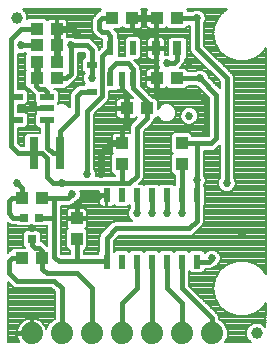
<source format=gtl>
G75*
%MOIN*%
%OFA0B0*%
%FSLAX25Y25*%
%IPPOS*%
%LPD*%
%AMOC8*
5,1,8,0,0,1.08239X$1,22.5*
%
%ADD10R,0.04331X0.03937*%
%ADD11R,0.03268X0.02480*%
%ADD12R,0.04724X0.02165*%
%ADD13R,0.02165X0.04724*%
%ADD14R,0.02362X0.04724*%
%ADD15R,0.03937X0.04331*%
%ADD16C,0.03937*%
%ADD17R,0.02756X0.02756*%
%ADD18C,0.07400*%
%ADD19R,0.03150X0.04724*%
%ADD20R,0.03150X0.10630*%
%ADD21C,0.02400*%
%ADD22C,0.01600*%
%ADD23C,0.02700*%
%ADD24C,0.00800*%
D10*
X0134987Y0090000D03*
X0141680Y0090000D03*
X0141680Y0110000D03*
X0134987Y0110000D03*
X0169987Y0140000D03*
X0176680Y0140000D03*
X0179987Y0150000D03*
X0186680Y0150000D03*
X0186680Y0170000D03*
X0179987Y0170000D03*
X0171680Y0170000D03*
X0164987Y0170000D03*
X0146680Y0166500D03*
X0139987Y0166500D03*
X0139987Y0161000D03*
X0146680Y0161000D03*
X0146680Y0155500D03*
X0139987Y0155500D03*
X0139987Y0150000D03*
X0146680Y0150000D03*
D11*
X0158333Y0145472D03*
X0158333Y0154528D03*
D12*
X0143452Y0143740D03*
X0143452Y0140000D03*
X0143452Y0136260D03*
X0133215Y0136260D03*
X0133215Y0143740D03*
D13*
X0164593Y0149881D03*
X0168333Y0149881D03*
X0172073Y0149881D03*
X0172073Y0160119D03*
X0164593Y0160119D03*
D14*
X0163333Y0111024D03*
X0168333Y0111024D03*
X0173333Y0111024D03*
X0178333Y0111024D03*
X0183333Y0111024D03*
X0188333Y0111024D03*
X0193333Y0111024D03*
X0193333Y0088976D03*
X0188333Y0088976D03*
X0183333Y0088976D03*
X0178333Y0088976D03*
X0173333Y0088976D03*
X0168333Y0088976D03*
X0163333Y0088976D03*
D15*
X0153333Y0096654D03*
X0153333Y0103346D03*
X0168333Y0121654D03*
X0168333Y0128346D03*
X0188333Y0128346D03*
X0188333Y0121654D03*
D16*
X0133333Y0170000D03*
X0213333Y0065000D03*
D17*
X0140892Y0103642D03*
X0135774Y0103642D03*
X0138333Y0096358D03*
D18*
X0138333Y0065000D03*
X0148333Y0065000D03*
X0158333Y0065000D03*
X0168333Y0065000D03*
X0178333Y0065000D03*
X0188333Y0065000D03*
X0198333Y0065000D03*
D19*
X0186877Y0160000D03*
X0179790Y0160000D03*
D20*
X0147664Y0125000D03*
X0139003Y0125000D03*
D21*
X0161333Y0125000D02*
X0161333Y0118000D01*
X0161333Y0125000D02*
X0164680Y0128346D01*
X0168333Y0128346D01*
X0139987Y0150000D02*
X0139987Y0155500D01*
X0146680Y0155500D02*
X0146680Y0161000D01*
X0146680Y0166500D01*
X0151833Y0166500D01*
X0153333Y0165000D01*
X0171680Y0170000D02*
X0175833Y0170000D01*
X0179987Y0170000D01*
D22*
X0179790Y0169803D01*
X0179790Y0165000D01*
X0173333Y0165000D01*
X0171680Y0166654D01*
X0171680Y0170000D01*
X0164987Y0170000D02*
X0161833Y0170000D01*
X0160833Y0169000D01*
X0160833Y0166500D01*
X0161833Y0165500D01*
X0163333Y0165500D01*
X0164593Y0164240D01*
X0164593Y0160119D01*
X0161833Y0157359D01*
X0161833Y0144000D01*
X0156833Y0139000D01*
X0156833Y0118000D01*
X0148333Y0115000D02*
X0168333Y0115000D01*
X0168333Y0121654D01*
X0173333Y0117500D02*
X0173333Y0133346D01*
X0176680Y0136693D01*
X0176680Y0140000D01*
X0176680Y0142154D01*
X0172073Y0146760D01*
X0172073Y0149881D01*
X0172073Y0153260D01*
X0170333Y0155000D01*
X0166333Y0155000D01*
X0164593Y0153260D01*
X0164593Y0149881D01*
X0168333Y0149881D02*
X0168333Y0146500D01*
X0169987Y0144846D01*
X0169987Y0140000D01*
X0169987Y0134654D01*
X0168333Y0133000D01*
X0168333Y0128346D01*
X0153333Y0138000D02*
X0147664Y0132331D01*
X0147664Y0125000D01*
X0145333Y0125000D01*
X0143452Y0126881D01*
X0143452Y0136260D01*
X0143452Y0140000D02*
X0138333Y0140000D01*
X0133215Y0136260D02*
X0131573Y0136260D01*
X0131333Y0136500D01*
X0131333Y0127500D01*
X0133833Y0125000D01*
X0139003Y0125000D01*
X0141833Y0125000D01*
X0143333Y0123500D01*
X0143333Y0117000D01*
X0145333Y0115000D01*
X0148333Y0115000D01*
X0151833Y0111500D02*
X0150333Y0110000D01*
X0145833Y0110000D01*
X0145833Y0103500D01*
X0145692Y0103642D01*
X0140892Y0103642D01*
X0145833Y0103500D02*
X0145833Y0090500D01*
X0147333Y0089000D01*
X0152833Y0089000D01*
X0153333Y0089500D01*
X0153333Y0096654D01*
X0163310Y0096976D02*
X0163310Y0089000D01*
X0152833Y0089000D01*
X0153333Y0085000D02*
X0143333Y0085000D01*
X0141680Y0086654D01*
X0141680Y0090000D01*
X0141680Y0092654D01*
X0140833Y0093500D01*
X0139333Y0093500D01*
X0138333Y0094500D01*
X0138333Y0096358D01*
X0134987Y0090000D02*
X0131833Y0090000D01*
X0130833Y0089000D01*
X0130833Y0085000D01*
X0133333Y0082500D01*
X0145833Y0082500D01*
X0148333Y0080000D01*
X0148333Y0065000D01*
X0158333Y0065000D02*
X0158333Y0080000D01*
X0153333Y0085000D01*
X0163310Y0089000D02*
X0163333Y0088976D01*
X0173333Y0088976D02*
X0173333Y0080000D01*
X0168333Y0075000D01*
X0168333Y0065000D01*
X0178333Y0065000D02*
X0178333Y0088976D01*
X0183333Y0088976D02*
X0183333Y0080000D01*
X0188333Y0075000D01*
X0188333Y0065000D01*
X0198333Y0065000D02*
X0198333Y0070000D01*
X0188333Y0080000D01*
X0188333Y0088976D01*
X0193333Y0088976D02*
X0197310Y0088976D01*
X0198333Y0090000D01*
X0193357Y0089000D02*
X0193333Y0088976D01*
X0190833Y0100000D02*
X0166333Y0100000D01*
X0163310Y0096976D01*
X0153333Y0103346D02*
X0153333Y0108000D01*
X0155333Y0110000D01*
X0158333Y0110000D01*
X0160333Y0110000D01*
X0161357Y0111024D01*
X0163333Y0111024D01*
X0168333Y0115000D02*
X0170833Y0115000D01*
X0173333Y0117500D01*
X0173333Y0111024D02*
X0173333Y0105000D01*
X0178333Y0105000D02*
X0178333Y0111024D01*
X0183333Y0111024D02*
X0183333Y0105000D01*
X0188333Y0105000D02*
X0188333Y0111024D01*
X0188333Y0121654D01*
X0193333Y0116000D02*
X0193333Y0128346D01*
X0198180Y0128346D01*
X0199833Y0130000D01*
X0199833Y0144500D01*
X0194333Y0150000D01*
X0186680Y0150000D01*
X0179987Y0150000D02*
X0179987Y0144654D01*
X0180333Y0145000D01*
X0193333Y0145000D01*
X0196333Y0142000D01*
X0196333Y0132000D01*
X0193333Y0128346D02*
X0188333Y0128346D01*
X0191487Y0128346D01*
X0193333Y0116000D02*
X0193333Y0111024D01*
X0193333Y0102500D01*
X0190833Y0100000D01*
X0203333Y0115000D02*
X0203333Y0150000D01*
X0193333Y0160000D01*
X0193333Y0170000D01*
X0186680Y0170000D01*
X0179790Y0165000D02*
X0179790Y0160000D01*
X0179790Y0150197D01*
X0179987Y0150000D01*
X0183333Y0155000D02*
X0185833Y0155000D01*
X0186877Y0156043D01*
X0186877Y0160000D01*
X0158333Y0159500D02*
X0158333Y0154528D01*
X0158333Y0150000D01*
X0151333Y0151500D02*
X0149833Y0150000D01*
X0146680Y0150000D01*
X0151333Y0151500D02*
X0151333Y0161000D01*
X0156833Y0161000D01*
X0158333Y0159500D01*
X0139987Y0161000D02*
X0134833Y0161000D01*
X0131333Y0163000D02*
X0131333Y0143500D01*
X0131573Y0143740D01*
X0133215Y0143740D01*
X0131333Y0143500D02*
X0131333Y0136500D01*
X0143452Y0143740D02*
X0143452Y0145381D01*
X0142333Y0146500D01*
X0140833Y0146500D01*
X0139833Y0147500D01*
X0139833Y0149846D01*
X0139987Y0150000D01*
X0153333Y0144000D02*
X0153333Y0138000D01*
X0153333Y0144000D02*
X0154806Y0145472D01*
X0158333Y0145472D01*
X0134833Y0166500D02*
X0131333Y0163000D01*
X0134833Y0166500D02*
X0139987Y0166500D01*
X0133333Y0115000D02*
X0134987Y0113346D01*
X0134987Y0110000D01*
X0131833Y0110000D01*
X0130833Y0109000D01*
X0130833Y0105000D01*
X0132192Y0103642D01*
X0135774Y0103642D01*
X0141680Y0110000D02*
X0145833Y0110000D01*
X0144833Y0110000D02*
X0141680Y0110000D01*
D23*
X0148333Y0115000D03*
X0151833Y0111500D03*
X0158333Y0110000D03*
X0156833Y0118000D03*
X0161333Y0118000D03*
X0173333Y0105000D03*
X0178333Y0105000D03*
X0183333Y0105000D03*
X0188333Y0105000D03*
X0203333Y0115000D03*
X0193333Y0116000D03*
X0196333Y0132000D03*
X0190833Y0137500D03*
X0179987Y0144654D03*
X0194333Y0150000D03*
X0190833Y0155000D03*
X0183333Y0155000D03*
X0158333Y0150000D03*
X0154833Y0157000D03*
X0151333Y0161000D03*
X0153333Y0165000D03*
X0134833Y0161000D03*
X0138333Y0140000D03*
X0169987Y0134654D03*
X0133333Y0115000D03*
X0138333Y0100000D03*
X0198333Y0090000D03*
X0208333Y0098000D03*
X0193333Y0170000D03*
X0175833Y0170000D03*
D24*
X0130333Y0082106D02*
X0130333Y0062000D01*
X0134209Y0062000D01*
X0133971Y0062327D01*
X0133607Y0063042D01*
X0133359Y0063806D01*
X0133233Y0064599D01*
X0133233Y0064600D01*
X0137933Y0064600D01*
X0137933Y0065400D01*
X0133233Y0065400D01*
X0133233Y0065401D01*
X0133359Y0066194D01*
X0133607Y0066958D01*
X0133971Y0067673D01*
X0134443Y0068322D01*
X0135011Y0068890D01*
X0135660Y0069362D01*
X0136376Y0069726D01*
X0137139Y0069974D01*
X0137932Y0070100D01*
X0137933Y0070100D01*
X0137933Y0065400D01*
X0138733Y0065400D01*
X0138733Y0070100D01*
X0138735Y0070100D01*
X0139528Y0069974D01*
X0140291Y0069726D01*
X0141006Y0069362D01*
X0141656Y0068890D01*
X0142223Y0068322D01*
X0142695Y0067673D01*
X0143060Y0066958D01*
X0143213Y0066487D01*
X0143840Y0068002D01*
X0145331Y0069493D01*
X0145933Y0069743D01*
X0145933Y0079006D01*
X0144839Y0080100D01*
X0132856Y0080100D01*
X0131974Y0080465D01*
X0131299Y0081141D01*
X0130333Y0082106D01*
X0130333Y0081560D02*
X0130879Y0081560D01*
X0130333Y0080761D02*
X0131678Y0080761D01*
X0130333Y0079963D02*
X0144976Y0079963D01*
X0145775Y0079164D02*
X0130333Y0079164D01*
X0130333Y0078366D02*
X0145933Y0078366D01*
X0145933Y0077567D02*
X0130333Y0077567D01*
X0130333Y0076769D02*
X0145933Y0076769D01*
X0145933Y0075970D02*
X0130333Y0075970D01*
X0130333Y0075172D02*
X0145933Y0075172D01*
X0145933Y0074373D02*
X0130333Y0074373D01*
X0130333Y0073575D02*
X0145933Y0073575D01*
X0145933Y0072776D02*
X0130333Y0072776D01*
X0130333Y0071978D02*
X0145933Y0071978D01*
X0145933Y0071179D02*
X0130333Y0071179D01*
X0130333Y0070381D02*
X0145933Y0070381D01*
X0145546Y0069582D02*
X0140574Y0069582D01*
X0141762Y0068784D02*
X0144622Y0068784D01*
X0143833Y0067985D02*
X0142468Y0067985D01*
X0142943Y0067187D02*
X0143502Y0067187D01*
X0138733Y0067187D02*
X0137933Y0067187D01*
X0137933Y0067985D02*
X0138733Y0067985D01*
X0138733Y0068784D02*
X0137933Y0068784D01*
X0137933Y0069582D02*
X0138733Y0069582D01*
X0136093Y0069582D02*
X0130333Y0069582D01*
X0130333Y0068784D02*
X0134904Y0068784D01*
X0134198Y0067985D02*
X0130333Y0067985D01*
X0130333Y0067187D02*
X0133724Y0067187D01*
X0133422Y0066388D02*
X0130333Y0066388D01*
X0130333Y0065590D02*
X0133263Y0065590D01*
X0133329Y0063993D02*
X0130333Y0063993D01*
X0130333Y0064791D02*
X0137933Y0064791D01*
X0137933Y0065590D02*
X0138733Y0065590D01*
X0138733Y0066388D02*
X0137933Y0066388D01*
X0133558Y0063194D02*
X0130333Y0063194D01*
X0130333Y0062396D02*
X0133936Y0062396D01*
X0148327Y0091400D02*
X0148233Y0091494D01*
X0148233Y0107600D01*
X0150811Y0107600D01*
X0151693Y0107965D01*
X0152277Y0108550D01*
X0152420Y0108550D01*
X0153504Y0108999D01*
X0154334Y0109829D01*
X0154783Y0110913D01*
X0154783Y0112087D01*
X0154571Y0112600D01*
X0160752Y0112600D01*
X0160752Y0111214D01*
X0163143Y0111214D01*
X0163143Y0110833D01*
X0163524Y0110833D01*
X0163524Y0107261D01*
X0164699Y0107261D01*
X0165055Y0107357D01*
X0165374Y0107541D01*
X0165635Y0107802D01*
X0165677Y0107874D01*
X0166489Y0107061D01*
X0170177Y0107061D01*
X0170833Y0107718D01*
X0170933Y0107618D01*
X0170933Y0106772D01*
X0170832Y0106671D01*
X0170383Y0105587D01*
X0170383Y0104413D01*
X0170832Y0103329D01*
X0171662Y0102499D01*
X0171902Y0102400D01*
X0165856Y0102400D01*
X0164974Y0102035D01*
X0161950Y0099011D01*
X0161275Y0098336D01*
X0160910Y0097454D01*
X0160910Y0092359D01*
X0160552Y0092001D01*
X0160552Y0091400D01*
X0155733Y0091400D01*
X0155733Y0092888D01*
X0155965Y0092888D01*
X0156902Y0093825D01*
X0156902Y0099482D01*
X0156242Y0100141D01*
X0156422Y0100321D01*
X0156606Y0100641D01*
X0156702Y0100997D01*
X0156702Y0102946D01*
X0153733Y0102946D01*
X0153733Y0103746D01*
X0156702Y0103746D01*
X0156702Y0105696D01*
X0156606Y0106052D01*
X0156422Y0106371D01*
X0156161Y0106632D01*
X0155842Y0106816D01*
X0155486Y0106912D01*
X0153733Y0106912D01*
X0153733Y0103746D01*
X0152933Y0103746D01*
X0152933Y0102946D01*
X0149965Y0102946D01*
X0149965Y0100997D01*
X0150060Y0100641D01*
X0150245Y0100321D01*
X0150425Y0100141D01*
X0149765Y0099482D01*
X0149765Y0093825D01*
X0150702Y0092888D01*
X0150933Y0092888D01*
X0150933Y0091400D01*
X0148327Y0091400D01*
X0148233Y0091940D02*
X0150933Y0091940D01*
X0150933Y0092739D02*
X0148233Y0092739D01*
X0148233Y0093537D02*
X0150053Y0093537D01*
X0149765Y0094336D02*
X0148233Y0094336D01*
X0148233Y0095134D02*
X0149765Y0095134D01*
X0149765Y0095933D02*
X0148233Y0095933D01*
X0148233Y0096732D02*
X0149765Y0096732D01*
X0149765Y0097530D02*
X0148233Y0097530D01*
X0148233Y0098329D02*
X0149765Y0098329D01*
X0149765Y0099127D02*
X0148233Y0099127D01*
X0148233Y0099926D02*
X0150209Y0099926D01*
X0150038Y0100724D02*
X0148233Y0100724D01*
X0148233Y0101523D02*
X0149965Y0101523D01*
X0149965Y0102321D02*
X0148233Y0102321D01*
X0148233Y0103120D02*
X0152933Y0103120D01*
X0152933Y0103746D02*
X0149965Y0103746D01*
X0149965Y0105696D01*
X0150060Y0106052D01*
X0150245Y0106371D01*
X0150505Y0106632D01*
X0150824Y0106816D01*
X0151180Y0106912D01*
X0152933Y0106912D01*
X0152933Y0103746D01*
X0152933Y0103918D02*
X0153733Y0103918D01*
X0153733Y0103120D02*
X0171042Y0103120D01*
X0170588Y0103918D02*
X0156702Y0103918D01*
X0156702Y0104717D02*
X0170383Y0104717D01*
X0170383Y0105515D02*
X0156702Y0105515D01*
X0156455Y0106314D02*
X0170684Y0106314D01*
X0170933Y0107112D02*
X0170228Y0107112D01*
X0166439Y0107112D02*
X0148233Y0107112D01*
X0148233Y0106314D02*
X0150211Y0106314D01*
X0149965Y0105515D02*
X0148233Y0105515D01*
X0148233Y0104717D02*
X0149965Y0104717D01*
X0149965Y0103918D02*
X0148233Y0103918D01*
X0152933Y0104717D02*
X0153733Y0104717D01*
X0153733Y0105515D02*
X0152933Y0105515D01*
X0152933Y0106314D02*
X0153733Y0106314D01*
X0152804Y0108709D02*
X0160752Y0108709D01*
X0160752Y0108477D02*
X0160848Y0108121D01*
X0161032Y0107802D01*
X0161293Y0107541D01*
X0161612Y0107357D01*
X0161968Y0107261D01*
X0163143Y0107261D01*
X0163143Y0110833D01*
X0160752Y0110833D01*
X0160752Y0108477D01*
X0160969Y0107911D02*
X0151561Y0107911D01*
X0154013Y0109508D02*
X0160752Y0109508D01*
X0160752Y0110306D02*
X0154532Y0110306D01*
X0154783Y0111105D02*
X0163143Y0111105D01*
X0163143Y0110306D02*
X0163524Y0110306D01*
X0163524Y0109508D02*
X0163143Y0109508D01*
X0163143Y0108709D02*
X0163524Y0108709D01*
X0163524Y0107911D02*
X0163143Y0107911D01*
X0160752Y0111903D02*
X0154783Y0111903D01*
X0159778Y0117400D02*
X0159783Y0117413D01*
X0159783Y0118587D01*
X0159334Y0119671D01*
X0159233Y0119772D01*
X0159233Y0138006D01*
X0163868Y0142641D01*
X0164233Y0143523D01*
X0164233Y0145919D01*
X0166339Y0145919D01*
X0166662Y0146243D01*
X0166710Y0146215D01*
X0167066Y0146119D01*
X0168192Y0146119D01*
X0168192Y0149740D01*
X0168475Y0149740D01*
X0168475Y0146119D01*
X0169600Y0146119D01*
X0169727Y0146153D01*
X0170039Y0145400D01*
X0172071Y0143368D01*
X0170387Y0143368D01*
X0170387Y0140400D01*
X0169587Y0140400D01*
X0169587Y0143368D01*
X0167637Y0143368D01*
X0167281Y0143273D01*
X0166962Y0143089D01*
X0166701Y0142828D01*
X0166517Y0142509D01*
X0166422Y0142153D01*
X0166422Y0140400D01*
X0169587Y0140400D01*
X0169587Y0139600D01*
X0170387Y0139600D01*
X0170387Y0136631D01*
X0172337Y0136631D01*
X0172693Y0136727D01*
X0173012Y0136911D01*
X0173192Y0137091D01*
X0173438Y0136845D01*
X0171299Y0134706D01*
X0170933Y0133824D01*
X0170933Y0131764D01*
X0170842Y0131816D01*
X0170486Y0131912D01*
X0168733Y0131912D01*
X0168733Y0128746D01*
X0167933Y0128746D01*
X0167933Y0127946D01*
X0164965Y0127946D01*
X0164965Y0125997D01*
X0165060Y0125641D01*
X0165245Y0125321D01*
X0165425Y0125141D01*
X0164765Y0124482D01*
X0164765Y0118825D01*
X0165702Y0117888D01*
X0165933Y0117888D01*
X0165933Y0117400D01*
X0159778Y0117400D01*
X0159783Y0117493D02*
X0165933Y0117493D01*
X0165299Y0118291D02*
X0159783Y0118291D01*
X0159575Y0119090D02*
X0164765Y0119090D01*
X0164765Y0119888D02*
X0159233Y0119888D01*
X0159233Y0120687D02*
X0164765Y0120687D01*
X0164765Y0121485D02*
X0159233Y0121485D01*
X0159233Y0122284D02*
X0164765Y0122284D01*
X0164765Y0123082D02*
X0159233Y0123082D01*
X0159233Y0123881D02*
X0164765Y0123881D01*
X0164963Y0124679D02*
X0159233Y0124679D01*
X0159233Y0125478D02*
X0165154Y0125478D01*
X0164965Y0126276D02*
X0159233Y0126276D01*
X0159233Y0127075D02*
X0164965Y0127075D01*
X0164965Y0127873D02*
X0159233Y0127873D01*
X0159233Y0128672D02*
X0167933Y0128672D01*
X0167933Y0128746D02*
X0164965Y0128746D01*
X0164965Y0130696D01*
X0165060Y0131052D01*
X0165245Y0131371D01*
X0165505Y0131632D01*
X0165824Y0131816D01*
X0166180Y0131912D01*
X0167933Y0131912D01*
X0167933Y0128746D01*
X0167933Y0129470D02*
X0168733Y0129470D01*
X0168733Y0130269D02*
X0167933Y0130269D01*
X0167933Y0131068D02*
X0168733Y0131068D01*
X0168733Y0131866D02*
X0167933Y0131866D01*
X0166010Y0131866D02*
X0159233Y0131866D01*
X0159233Y0131068D02*
X0165069Y0131068D01*
X0164965Y0130269D02*
X0159233Y0130269D01*
X0159233Y0129470D02*
X0164965Y0129470D01*
X0170657Y0131866D02*
X0170933Y0131866D01*
X0170933Y0132665D02*
X0159233Y0132665D01*
X0159233Y0133463D02*
X0170933Y0133463D01*
X0171115Y0134262D02*
X0159233Y0134262D01*
X0159233Y0135060D02*
X0171653Y0135060D01*
X0172451Y0135859D02*
X0159233Y0135859D01*
X0159233Y0136657D02*
X0167542Y0136657D01*
X0167637Y0136631D02*
X0169587Y0136631D01*
X0169587Y0139600D01*
X0166422Y0139600D01*
X0166422Y0137847D01*
X0166517Y0137491D01*
X0166701Y0137172D01*
X0166962Y0136911D01*
X0167281Y0136727D01*
X0167637Y0136631D01*
X0166537Y0137456D02*
X0159233Y0137456D01*
X0159482Y0138254D02*
X0166422Y0138254D01*
X0166422Y0139053D02*
X0160280Y0139053D01*
X0161079Y0139851D02*
X0169587Y0139851D01*
X0169587Y0139053D02*
X0170387Y0139053D01*
X0170387Y0138254D02*
X0169587Y0138254D01*
X0169587Y0137456D02*
X0170387Y0137456D01*
X0170387Y0136657D02*
X0169587Y0136657D01*
X0172432Y0136657D02*
X0173250Y0136657D01*
X0176844Y0133463D02*
X0197433Y0133463D01*
X0197433Y0132665D02*
X0176046Y0132665D01*
X0175733Y0132352D02*
X0178039Y0134658D01*
X0178714Y0135333D01*
X0179080Y0136216D01*
X0179080Y0136431D01*
X0179508Y0136431D01*
X0180404Y0137328D01*
X0180662Y0136706D01*
X0181555Y0135812D01*
X0182721Y0135329D01*
X0183985Y0135329D01*
X0185151Y0135812D01*
X0186044Y0136706D01*
X0186528Y0137872D01*
X0186528Y0139135D01*
X0186044Y0140302D01*
X0185151Y0141195D01*
X0183985Y0141679D01*
X0182721Y0141679D01*
X0181555Y0141195D01*
X0180662Y0140302D01*
X0180445Y0139780D01*
X0180445Y0142631D01*
X0179508Y0143568D01*
X0178659Y0143568D01*
X0174756Y0147471D01*
X0174756Y0152906D01*
X0174473Y0153189D01*
X0174473Y0153737D01*
X0174108Y0154619D01*
X0172571Y0156156D01*
X0173819Y0156156D01*
X0174756Y0157094D01*
X0174756Y0163143D01*
X0173819Y0164081D01*
X0170328Y0164081D01*
X0169391Y0163143D01*
X0169391Y0157400D01*
X0167276Y0157400D01*
X0167276Y0163143D01*
X0166993Y0163426D01*
X0166993Y0164718D01*
X0166628Y0165600D01*
X0165796Y0166431D01*
X0167815Y0166431D01*
X0168475Y0167091D01*
X0168655Y0166911D01*
X0168974Y0166727D01*
X0169330Y0166631D01*
X0171280Y0166631D01*
X0171280Y0169600D01*
X0172080Y0169600D01*
X0172080Y0170400D01*
X0175245Y0170400D01*
X0175245Y0172153D01*
X0175150Y0172509D01*
X0174965Y0172828D01*
X0174794Y0173000D01*
X0176873Y0173000D01*
X0176701Y0172828D01*
X0176517Y0172509D01*
X0176422Y0172153D01*
X0176422Y0170400D01*
X0179587Y0170400D01*
X0179587Y0169600D01*
X0180387Y0169600D01*
X0180387Y0166631D01*
X0182337Y0166631D01*
X0182693Y0166727D01*
X0183012Y0166911D01*
X0183192Y0167091D01*
X0183852Y0166431D01*
X0189508Y0166431D01*
X0190445Y0167369D01*
X0190445Y0167600D01*
X0190933Y0167600D01*
X0190933Y0159523D01*
X0191299Y0158641D01*
X0191974Y0157965D01*
X0200933Y0149006D01*
X0200933Y0146794D01*
X0197283Y0150444D01*
X0197283Y0150587D01*
X0196834Y0151671D01*
X0196004Y0152501D01*
X0194920Y0152950D01*
X0193747Y0152950D01*
X0192662Y0152501D01*
X0192561Y0152400D01*
X0190445Y0152400D01*
X0190445Y0152631D01*
X0189508Y0153568D01*
X0187796Y0153568D01*
X0187868Y0153641D01*
X0188911Y0154684D01*
X0189277Y0155566D01*
X0189277Y0156200D01*
X0190051Y0156975D01*
X0190051Y0163025D01*
X0189114Y0163962D01*
X0184639Y0163962D01*
X0183702Y0163025D01*
X0183702Y0157950D01*
X0182765Y0157950D01*
X0182765Y0159613D01*
X0180177Y0159613D01*
X0180177Y0156238D01*
X0180653Y0156238D01*
X0180383Y0155587D01*
X0180383Y0154413D01*
X0180816Y0153368D01*
X0180387Y0153368D01*
X0180387Y0150400D01*
X0179587Y0150400D01*
X0179587Y0153368D01*
X0177637Y0153368D01*
X0177281Y0153273D01*
X0176962Y0153089D01*
X0176701Y0152828D01*
X0176517Y0152509D01*
X0176422Y0152153D01*
X0176422Y0150400D01*
X0179587Y0150400D01*
X0179587Y0149600D01*
X0180387Y0149600D01*
X0180387Y0146631D01*
X0182337Y0146631D01*
X0182693Y0146727D01*
X0183012Y0146911D01*
X0183192Y0147091D01*
X0183852Y0146431D01*
X0189508Y0146431D01*
X0190445Y0147369D01*
X0190445Y0147600D01*
X0192561Y0147600D01*
X0192662Y0147499D01*
X0193747Y0147050D01*
X0193889Y0147050D01*
X0197433Y0143506D01*
X0197433Y0130994D01*
X0197186Y0130746D01*
X0191902Y0130746D01*
X0191902Y0131175D01*
X0190965Y0132112D01*
X0185702Y0132112D01*
X0184765Y0131175D01*
X0184765Y0125518D01*
X0185283Y0125000D01*
X0184765Y0124482D01*
X0184765Y0118825D01*
X0185702Y0117888D01*
X0185933Y0117888D01*
X0185933Y0114430D01*
X0185833Y0114330D01*
X0185177Y0114986D01*
X0181489Y0114986D01*
X0180833Y0114330D01*
X0180177Y0114986D01*
X0176489Y0114986D01*
X0175833Y0114330D01*
X0175177Y0114986D01*
X0174213Y0114986D01*
X0174693Y0115465D01*
X0175368Y0116141D01*
X0175733Y0117023D01*
X0175733Y0132352D01*
X0175733Y0131866D02*
X0185456Y0131866D01*
X0184765Y0131068D02*
X0175733Y0131068D01*
X0175733Y0130269D02*
X0184765Y0130269D01*
X0184765Y0129470D02*
X0175733Y0129470D01*
X0175733Y0128672D02*
X0184765Y0128672D01*
X0184765Y0127873D02*
X0175733Y0127873D01*
X0175733Y0127075D02*
X0184765Y0127075D01*
X0184765Y0126276D02*
X0175733Y0126276D01*
X0175733Y0125478D02*
X0184805Y0125478D01*
X0184963Y0124679D02*
X0175733Y0124679D01*
X0175733Y0123881D02*
X0184765Y0123881D01*
X0184765Y0123082D02*
X0175733Y0123082D01*
X0175733Y0122284D02*
X0184765Y0122284D01*
X0184765Y0121485D02*
X0175733Y0121485D01*
X0175733Y0120687D02*
X0184765Y0120687D01*
X0184765Y0119888D02*
X0175733Y0119888D01*
X0175733Y0119090D02*
X0184765Y0119090D01*
X0185299Y0118291D02*
X0175733Y0118291D01*
X0175733Y0117493D02*
X0185933Y0117493D01*
X0185933Y0116694D02*
X0175597Y0116694D01*
X0175123Y0115896D02*
X0185933Y0115896D01*
X0185933Y0115097D02*
X0174325Y0115097D01*
X0195834Y0114329D02*
X0195834Y0114329D01*
X0196114Y0114049D01*
X0196114Y0107999D01*
X0195733Y0107618D01*
X0195733Y0102023D01*
X0195368Y0101141D01*
X0192868Y0098641D01*
X0192193Y0097965D01*
X0191311Y0097600D01*
X0167327Y0097600D01*
X0165710Y0095982D01*
X0165710Y0092406D01*
X0165833Y0092282D01*
X0166489Y0092939D01*
X0170177Y0092939D01*
X0170833Y0092282D01*
X0171489Y0092939D01*
X0175177Y0092939D01*
X0175833Y0092282D01*
X0176489Y0092939D01*
X0180177Y0092939D01*
X0180833Y0092282D01*
X0181489Y0092939D01*
X0185177Y0092939D01*
X0185833Y0092282D01*
X0186489Y0092939D01*
X0190177Y0092939D01*
X0190833Y0092282D01*
X0191489Y0092939D01*
X0195177Y0092939D01*
X0196114Y0092001D01*
X0196114Y0091953D01*
X0196662Y0092501D01*
X0197747Y0092950D01*
X0198920Y0092950D01*
X0200004Y0092501D01*
X0200834Y0091671D01*
X0201283Y0090587D01*
X0201283Y0089413D01*
X0200834Y0088329D01*
X0200004Y0087499D01*
X0198920Y0087050D01*
X0198777Y0087050D01*
X0198669Y0086942D01*
X0197787Y0086576D01*
X0196114Y0086576D01*
X0196114Y0085951D01*
X0195177Y0085014D01*
X0191489Y0085014D01*
X0190833Y0085670D01*
X0190733Y0085570D01*
X0190733Y0080994D01*
X0200368Y0071359D01*
X0200733Y0070477D01*
X0200733Y0069743D01*
X0201336Y0069493D01*
X0202826Y0068002D01*
X0203633Y0066054D01*
X0203633Y0063946D01*
X0202827Y0062000D01*
X0211287Y0062000D01*
X0210308Y0062979D01*
X0209765Y0064290D01*
X0209765Y0065710D01*
X0210308Y0067021D01*
X0211312Y0068025D01*
X0212623Y0068568D01*
X0214043Y0068568D01*
X0215355Y0068025D01*
X0216259Y0067120D01*
X0216265Y0075138D01*
X0215567Y0073930D01*
X0215567Y0073930D01*
X0215567Y0073930D01*
X0213055Y0071822D01*
X0213055Y0071822D01*
X0209973Y0070700D01*
X0206693Y0070700D01*
X0203612Y0071822D01*
X0203612Y0071822D01*
X0201099Y0073930D01*
X0201099Y0073930D01*
X0199459Y0076770D01*
X0199459Y0076770D01*
X0198890Y0080000D01*
X0198890Y0080000D01*
X0199459Y0083230D01*
X0199459Y0083230D01*
X0201099Y0086070D01*
X0201099Y0086070D01*
X0201099Y0086070D01*
X0203612Y0088178D01*
X0203612Y0088178D01*
X0206693Y0089300D01*
X0209973Y0089300D01*
X0213055Y0088178D01*
X0213055Y0088178D01*
X0215567Y0086070D01*
X0215567Y0086070D01*
X0216272Y0084850D01*
X0216323Y0160239D01*
X0215567Y0158930D01*
X0215567Y0158930D01*
X0215567Y0158930D01*
X0213055Y0156822D01*
X0213055Y0156822D01*
X0209973Y0155700D01*
X0206693Y0155700D01*
X0203612Y0156822D01*
X0203612Y0156822D01*
X0201099Y0158930D01*
X0201099Y0158930D01*
X0199459Y0161770D01*
X0199459Y0161770D01*
X0198890Y0165000D01*
X0198890Y0165000D01*
X0199459Y0168230D01*
X0199459Y0168230D01*
X0201099Y0171070D01*
X0201099Y0171070D01*
X0201099Y0171070D01*
X0203399Y0173000D01*
X0190076Y0173000D01*
X0190445Y0172631D01*
X0190445Y0172400D01*
X0191561Y0172400D01*
X0191662Y0172501D01*
X0192747Y0172950D01*
X0193920Y0172950D01*
X0195004Y0172501D01*
X0195834Y0171671D01*
X0196283Y0170587D01*
X0196283Y0169413D01*
X0195834Y0168329D01*
X0195733Y0168228D01*
X0195733Y0160994D01*
X0205368Y0151359D01*
X0205733Y0150477D01*
X0205733Y0116772D01*
X0205834Y0116671D01*
X0206283Y0115587D01*
X0206283Y0114413D01*
X0205834Y0113329D01*
X0205004Y0112499D01*
X0203920Y0112050D01*
X0202747Y0112050D01*
X0201662Y0112499D01*
X0200832Y0113329D01*
X0200383Y0114413D01*
X0200383Y0115587D01*
X0200832Y0116671D01*
X0200933Y0116772D01*
X0200933Y0127706D01*
X0200214Y0126987D01*
X0200214Y0126987D01*
X0199539Y0126312D01*
X0198657Y0125946D01*
X0195733Y0125946D01*
X0195733Y0117772D01*
X0195834Y0117671D01*
X0196283Y0116587D01*
X0196283Y0115413D01*
X0195834Y0114329D01*
X0195864Y0114299D02*
X0200431Y0114299D01*
X0200383Y0115097D02*
X0196152Y0115097D01*
X0196283Y0115896D02*
X0200511Y0115896D01*
X0200856Y0116694D02*
X0196239Y0116694D01*
X0195908Y0117493D02*
X0200933Y0117493D01*
X0200933Y0118291D02*
X0195733Y0118291D01*
X0195733Y0119090D02*
X0200933Y0119090D01*
X0200933Y0119888D02*
X0195733Y0119888D01*
X0195733Y0120687D02*
X0200933Y0120687D01*
X0200933Y0121485D02*
X0195733Y0121485D01*
X0195733Y0122284D02*
X0200933Y0122284D01*
X0200933Y0123082D02*
X0195733Y0123082D01*
X0195733Y0123881D02*
X0200933Y0123881D01*
X0200933Y0124679D02*
X0195733Y0124679D01*
X0195733Y0125478D02*
X0200933Y0125478D01*
X0200933Y0126276D02*
X0199454Y0126276D01*
X0200302Y0127075D02*
X0200933Y0127075D01*
X0205733Y0127075D02*
X0216301Y0127075D01*
X0216301Y0127873D02*
X0205733Y0127873D01*
X0205733Y0128672D02*
X0216302Y0128672D01*
X0216302Y0129470D02*
X0205733Y0129470D01*
X0205733Y0130269D02*
X0216303Y0130269D01*
X0216303Y0131068D02*
X0205733Y0131068D01*
X0205733Y0131866D02*
X0216304Y0131866D01*
X0216304Y0132665D02*
X0205733Y0132665D01*
X0205733Y0133463D02*
X0216305Y0133463D01*
X0216305Y0134262D02*
X0205733Y0134262D01*
X0205733Y0135060D02*
X0216306Y0135060D01*
X0216307Y0135859D02*
X0205733Y0135859D01*
X0205733Y0136657D02*
X0216307Y0136657D01*
X0216308Y0137456D02*
X0205733Y0137456D01*
X0205733Y0138254D02*
X0216308Y0138254D01*
X0216309Y0139053D02*
X0205733Y0139053D01*
X0205733Y0139851D02*
X0216309Y0139851D01*
X0216310Y0140650D02*
X0205733Y0140650D01*
X0205733Y0141448D02*
X0216310Y0141448D01*
X0216311Y0142247D02*
X0205733Y0142247D01*
X0205733Y0143045D02*
X0216311Y0143045D01*
X0216312Y0143844D02*
X0205733Y0143844D01*
X0205733Y0144642D02*
X0216313Y0144642D01*
X0216313Y0145441D02*
X0205733Y0145441D01*
X0205733Y0146239D02*
X0216314Y0146239D01*
X0216314Y0147038D02*
X0205733Y0147038D01*
X0205733Y0147836D02*
X0216315Y0147836D01*
X0216315Y0148635D02*
X0205733Y0148635D01*
X0205733Y0149433D02*
X0216316Y0149433D01*
X0216316Y0150232D02*
X0205733Y0150232D01*
X0205504Y0151030D02*
X0216317Y0151030D01*
X0216317Y0151829D02*
X0204899Y0151829D01*
X0204100Y0152627D02*
X0216318Y0152627D01*
X0216319Y0153426D02*
X0203302Y0153426D01*
X0202503Y0154224D02*
X0216319Y0154224D01*
X0216320Y0155023D02*
X0201705Y0155023D01*
X0200906Y0155821D02*
X0206360Y0155821D01*
X0204166Y0156620D02*
X0200108Y0156620D01*
X0199309Y0157418D02*
X0202901Y0157418D01*
X0201949Y0158217D02*
X0198511Y0158217D01*
X0197712Y0159015D02*
X0201050Y0159015D01*
X0200589Y0159814D02*
X0196914Y0159814D01*
X0196115Y0160612D02*
X0200128Y0160612D01*
X0199667Y0161411D02*
X0195733Y0161411D01*
X0195733Y0162209D02*
X0199382Y0162209D01*
X0199241Y0163008D02*
X0195733Y0163008D01*
X0195733Y0163806D02*
X0199100Y0163806D01*
X0198960Y0164605D02*
X0195733Y0164605D01*
X0195733Y0165403D02*
X0198961Y0165403D01*
X0199102Y0166202D02*
X0195733Y0166202D01*
X0195733Y0167001D02*
X0199243Y0167001D01*
X0199383Y0167799D02*
X0195733Y0167799D01*
X0195945Y0168598D02*
X0199672Y0168598D01*
X0200133Y0169396D02*
X0196276Y0169396D01*
X0196283Y0170195D02*
X0200594Y0170195D01*
X0201055Y0170993D02*
X0196115Y0170993D01*
X0195714Y0171792D02*
X0201959Y0171792D01*
X0202911Y0172590D02*
X0194789Y0172590D01*
X0191878Y0172590D02*
X0190445Y0172590D01*
X0190077Y0167001D02*
X0190933Y0167001D01*
X0190933Y0166202D02*
X0166025Y0166202D01*
X0166709Y0165403D02*
X0190933Y0165403D01*
X0190933Y0164605D02*
X0166993Y0164605D01*
X0166993Y0163806D02*
X0170054Y0163806D01*
X0169391Y0163008D02*
X0167276Y0163008D01*
X0167276Y0162209D02*
X0169391Y0162209D01*
X0169391Y0161411D02*
X0167276Y0161411D01*
X0167276Y0160612D02*
X0169391Y0160612D01*
X0169391Y0159814D02*
X0167276Y0159814D01*
X0167276Y0159015D02*
X0169391Y0159015D01*
X0169391Y0158217D02*
X0167276Y0158217D01*
X0167276Y0157418D02*
X0169391Y0157418D01*
X0172906Y0155821D02*
X0180480Y0155821D01*
X0180383Y0155023D02*
X0173705Y0155023D01*
X0174272Y0154224D02*
X0180462Y0154224D01*
X0180792Y0153426D02*
X0174473Y0153426D01*
X0174756Y0152627D02*
X0176585Y0152627D01*
X0176422Y0151829D02*
X0174756Y0151829D01*
X0174756Y0151030D02*
X0176422Y0151030D01*
X0176422Y0149600D02*
X0176422Y0147847D01*
X0176517Y0147491D01*
X0176701Y0147172D01*
X0176962Y0146911D01*
X0177281Y0146727D01*
X0177637Y0146631D01*
X0179587Y0146631D01*
X0179587Y0149600D01*
X0176422Y0149600D01*
X0176422Y0149433D02*
X0174756Y0149433D01*
X0174756Y0148635D02*
X0176422Y0148635D01*
X0176424Y0147836D02*
X0174756Y0147836D01*
X0175190Y0147038D02*
X0176835Y0147038D01*
X0175988Y0146239D02*
X0194700Y0146239D01*
X0195498Y0145441D02*
X0176787Y0145441D01*
X0177585Y0144642D02*
X0196297Y0144642D01*
X0197096Y0143844D02*
X0178384Y0143844D01*
X0180031Y0143045D02*
X0197433Y0143045D01*
X0197433Y0142247D02*
X0180445Y0142247D01*
X0180445Y0141448D02*
X0182165Y0141448D01*
X0181009Y0140650D02*
X0180445Y0140650D01*
X0180445Y0139851D02*
X0180475Y0139851D01*
X0180710Y0136657D02*
X0179733Y0136657D01*
X0178932Y0135859D02*
X0181509Y0135859D01*
X0178441Y0135060D02*
X0189101Y0135060D01*
X0189162Y0134999D02*
X0190247Y0134550D01*
X0191420Y0134550D01*
X0192504Y0134999D01*
X0193334Y0135829D01*
X0193783Y0136913D01*
X0193783Y0138087D01*
X0193334Y0139171D01*
X0192504Y0140001D01*
X0191420Y0140450D01*
X0190247Y0140450D01*
X0189162Y0140001D01*
X0188332Y0139171D01*
X0187883Y0138087D01*
X0187883Y0136913D01*
X0188332Y0135829D01*
X0189162Y0134999D01*
X0188320Y0135859D02*
X0185198Y0135859D01*
X0185996Y0136657D02*
X0187989Y0136657D01*
X0187883Y0137456D02*
X0186355Y0137456D01*
X0186528Y0138254D02*
X0187953Y0138254D01*
X0188283Y0139053D02*
X0186528Y0139053D01*
X0186231Y0139851D02*
X0189013Y0139851D01*
X0185697Y0140650D02*
X0197433Y0140650D01*
X0197433Y0141448D02*
X0184541Y0141448D01*
X0192654Y0139851D02*
X0197433Y0139851D01*
X0197433Y0139053D02*
X0193383Y0139053D01*
X0193714Y0138254D02*
X0197433Y0138254D01*
X0197433Y0137456D02*
X0193783Y0137456D01*
X0193677Y0136657D02*
X0197433Y0136657D01*
X0197433Y0135859D02*
X0193346Y0135859D01*
X0192565Y0135060D02*
X0197433Y0135060D01*
X0197433Y0134262D02*
X0177643Y0134262D01*
X0191210Y0131866D02*
X0197433Y0131866D01*
X0197433Y0131068D02*
X0191902Y0131068D01*
X0205733Y0126276D02*
X0216300Y0126276D01*
X0216299Y0125478D02*
X0205733Y0125478D01*
X0205733Y0124679D02*
X0216299Y0124679D01*
X0216298Y0123881D02*
X0205733Y0123881D01*
X0205733Y0123082D02*
X0216298Y0123082D01*
X0216297Y0122284D02*
X0205733Y0122284D01*
X0205733Y0121485D02*
X0216297Y0121485D01*
X0216296Y0120687D02*
X0205733Y0120687D01*
X0205733Y0119888D02*
X0216296Y0119888D01*
X0216295Y0119090D02*
X0205733Y0119090D01*
X0205733Y0118291D02*
X0216295Y0118291D01*
X0216294Y0117493D02*
X0205733Y0117493D01*
X0205811Y0116694D02*
X0216293Y0116694D01*
X0216293Y0115896D02*
X0206155Y0115896D01*
X0206283Y0115097D02*
X0216292Y0115097D01*
X0216292Y0114299D02*
X0206236Y0114299D01*
X0205905Y0113500D02*
X0216291Y0113500D01*
X0216291Y0112702D02*
X0205207Y0112702D01*
X0201460Y0112702D02*
X0196114Y0112702D01*
X0196114Y0113500D02*
X0200761Y0113500D01*
X0196114Y0111903D02*
X0216290Y0111903D01*
X0216290Y0111105D02*
X0196114Y0111105D01*
X0196114Y0110306D02*
X0216289Y0110306D01*
X0216288Y0109508D02*
X0196114Y0109508D01*
X0196114Y0108709D02*
X0216288Y0108709D01*
X0216287Y0107911D02*
X0196026Y0107911D01*
X0195733Y0107112D02*
X0216287Y0107112D01*
X0216286Y0106314D02*
X0195733Y0106314D01*
X0195733Y0105515D02*
X0216286Y0105515D01*
X0216285Y0104717D02*
X0195733Y0104717D01*
X0195733Y0103918D02*
X0216285Y0103918D01*
X0216284Y0103120D02*
X0195733Y0103120D01*
X0195733Y0102321D02*
X0216284Y0102321D01*
X0216283Y0101523D02*
X0195526Y0101523D01*
X0194952Y0100724D02*
X0216282Y0100724D01*
X0216282Y0099926D02*
X0194153Y0099926D01*
X0193354Y0099127D02*
X0216281Y0099127D01*
X0216281Y0098329D02*
X0192556Y0098329D01*
X0191290Y0092739D02*
X0190377Y0092739D01*
X0186290Y0092739D02*
X0185377Y0092739D01*
X0181290Y0092739D02*
X0180377Y0092739D01*
X0176290Y0092739D02*
X0175377Y0092739D01*
X0171290Y0092739D02*
X0170377Y0092739D01*
X0166290Y0092739D02*
X0165710Y0092739D01*
X0165710Y0093537D02*
X0216278Y0093537D01*
X0216277Y0092739D02*
X0199430Y0092739D01*
X0200565Y0091940D02*
X0216276Y0091940D01*
X0216276Y0091142D02*
X0201053Y0091142D01*
X0201283Y0090343D02*
X0216275Y0090343D01*
X0216275Y0089545D02*
X0201283Y0089545D01*
X0201007Y0088746D02*
X0205173Y0088746D01*
X0203337Y0087948D02*
X0200453Y0087948D01*
X0199160Y0087149D02*
X0202385Y0087149D01*
X0201434Y0086351D02*
X0196114Y0086351D01*
X0195715Y0085552D02*
X0200800Y0085552D01*
X0200339Y0084754D02*
X0190733Y0084754D01*
X0190733Y0085552D02*
X0190951Y0085552D01*
X0190733Y0083955D02*
X0199878Y0083955D01*
X0199447Y0083157D02*
X0190733Y0083157D01*
X0190733Y0082358D02*
X0199306Y0082358D01*
X0199165Y0081560D02*
X0190733Y0081560D01*
X0190966Y0080761D02*
X0199024Y0080761D01*
X0198896Y0079963D02*
X0191765Y0079963D01*
X0192563Y0079164D02*
X0199037Y0079164D01*
X0199178Y0078366D02*
X0193362Y0078366D01*
X0194160Y0077567D02*
X0199319Y0077567D01*
X0199460Y0076769D02*
X0194959Y0076769D01*
X0195757Y0075970D02*
X0199921Y0075970D01*
X0200382Y0075172D02*
X0196556Y0075172D01*
X0197354Y0074373D02*
X0200843Y0074373D01*
X0201522Y0073575D02*
X0198153Y0073575D01*
X0198951Y0072776D02*
X0202474Y0072776D01*
X0203426Y0071978D02*
X0199750Y0071978D01*
X0200443Y0071179D02*
X0205377Y0071179D01*
X0202045Y0068784D02*
X0216261Y0068784D01*
X0216261Y0069582D02*
X0201121Y0069582D01*
X0200733Y0070381D02*
X0216262Y0070381D01*
X0216262Y0071179D02*
X0211290Y0071179D01*
X0213241Y0071978D02*
X0216263Y0071978D01*
X0216263Y0072776D02*
X0214193Y0072776D01*
X0215144Y0073575D02*
X0216264Y0073575D01*
X0216264Y0074373D02*
X0215823Y0074373D01*
X0215395Y0067985D02*
X0216260Y0067985D01*
X0216260Y0067187D02*
X0216193Y0067187D01*
X0211272Y0067985D02*
X0202834Y0067985D01*
X0203164Y0067187D02*
X0210473Y0067187D01*
X0210046Y0066388D02*
X0203495Y0066388D01*
X0203633Y0065590D02*
X0209765Y0065590D01*
X0209765Y0064791D02*
X0203633Y0064791D01*
X0203633Y0063993D02*
X0209888Y0063993D01*
X0210219Y0063194D02*
X0203322Y0063194D01*
X0202991Y0062396D02*
X0210891Y0062396D01*
X0215866Y0085552D02*
X0216272Y0085552D01*
X0216273Y0086351D02*
X0215233Y0086351D01*
X0214281Y0087149D02*
X0216273Y0087149D01*
X0216274Y0087948D02*
X0213330Y0087948D01*
X0211494Y0088746D02*
X0216274Y0088746D01*
X0216278Y0094336D02*
X0165710Y0094336D01*
X0165710Y0095134D02*
X0216279Y0095134D01*
X0216279Y0095933D02*
X0165710Y0095933D01*
X0166459Y0096732D02*
X0216280Y0096732D01*
X0216280Y0097530D02*
X0167257Y0097530D01*
X0163663Y0100724D02*
X0156629Y0100724D01*
X0156702Y0101523D02*
X0164462Y0101523D01*
X0165665Y0102321D02*
X0156702Y0102321D01*
X0156458Y0099926D02*
X0162865Y0099926D01*
X0162066Y0099127D02*
X0156902Y0099127D01*
X0156902Y0098329D02*
X0161272Y0098329D01*
X0160941Y0097530D02*
X0156902Y0097530D01*
X0156902Y0096732D02*
X0160910Y0096732D01*
X0160910Y0095933D02*
X0156902Y0095933D01*
X0156902Y0095134D02*
X0160910Y0095134D01*
X0160910Y0094336D02*
X0156902Y0094336D01*
X0156614Y0093537D02*
X0160910Y0093537D01*
X0160910Y0092739D02*
X0155733Y0092739D01*
X0155733Y0091940D02*
X0160552Y0091940D01*
X0143433Y0094294D02*
X0143433Y0101164D01*
X0142933Y0100664D01*
X0138852Y0100664D01*
X0138333Y0101182D01*
X0137815Y0100664D01*
X0133734Y0100664D01*
X0133156Y0101242D01*
X0131714Y0101242D01*
X0130832Y0101607D01*
X0130333Y0102106D01*
X0130333Y0091894D01*
X0130474Y0092035D01*
X0131222Y0092344D01*
X0131222Y0092631D01*
X0132159Y0093568D01*
X0136104Y0093568D01*
X0135355Y0094318D01*
X0135355Y0098399D01*
X0136293Y0099336D01*
X0140374Y0099336D01*
X0141311Y0098399D01*
X0141311Y0095900D01*
X0142193Y0095535D01*
X0142868Y0094859D01*
X0142868Y0094859D01*
X0143433Y0094294D01*
X0143433Y0094336D02*
X0143391Y0094336D01*
X0143433Y0095134D02*
X0142593Y0095134D01*
X0143433Y0095933D02*
X0141311Y0095933D01*
X0141311Y0096732D02*
X0143433Y0096732D01*
X0143433Y0097530D02*
X0141311Y0097530D01*
X0141311Y0098329D02*
X0143433Y0098329D01*
X0143433Y0099127D02*
X0140583Y0099127D01*
X0138791Y0100724D02*
X0137875Y0100724D01*
X0136083Y0099127D02*
X0130333Y0099127D01*
X0130333Y0098329D02*
X0135355Y0098329D01*
X0135355Y0097530D02*
X0130333Y0097530D01*
X0130333Y0096732D02*
X0135355Y0096732D01*
X0135355Y0095933D02*
X0130333Y0095933D01*
X0130333Y0095134D02*
X0135355Y0095134D01*
X0135355Y0094336D02*
X0130333Y0094336D01*
X0130333Y0093537D02*
X0132128Y0093537D01*
X0131329Y0092739D02*
X0130333Y0092739D01*
X0130333Y0091940D02*
X0130380Y0091940D01*
X0130333Y0099926D02*
X0143433Y0099926D01*
X0143433Y0100724D02*
X0142993Y0100724D01*
X0133673Y0100724D02*
X0130333Y0100724D01*
X0130333Y0101523D02*
X0131036Y0101523D01*
X0134827Y0127400D02*
X0133733Y0128494D01*
X0133733Y0133577D01*
X0136240Y0133577D01*
X0137177Y0134514D01*
X0137177Y0138005D01*
X0136240Y0138943D01*
X0133733Y0138943D01*
X0133733Y0141057D01*
X0136240Y0141057D01*
X0137177Y0141995D01*
X0137177Y0145486D01*
X0136240Y0146423D01*
X0133733Y0146423D01*
X0133733Y0158263D01*
X0134247Y0158050D01*
X0135420Y0158050D01*
X0136222Y0158382D01*
X0136222Y0158369D01*
X0136340Y0158250D01*
X0136222Y0158131D01*
X0136222Y0152869D01*
X0136340Y0152750D01*
X0136222Y0152631D01*
X0136222Y0147369D01*
X0137159Y0146431D01*
X0137678Y0146431D01*
X0137799Y0146141D01*
X0138474Y0145465D01*
X0139474Y0144465D01*
X0139490Y0144459D01*
X0139490Y0141995D01*
X0139813Y0141671D01*
X0139785Y0141623D01*
X0139690Y0141267D01*
X0139690Y0140141D01*
X0143310Y0140141D01*
X0143310Y0139859D01*
X0139690Y0139859D01*
X0139690Y0138733D01*
X0139785Y0138377D01*
X0139813Y0138329D01*
X0139490Y0138005D01*
X0139490Y0134514D01*
X0140427Y0133577D01*
X0141052Y0133577D01*
X0141052Y0131915D01*
X0136765Y0131915D01*
X0135828Y0130978D01*
X0135828Y0127400D01*
X0134827Y0127400D01*
X0134354Y0127873D02*
X0135828Y0127873D01*
X0135828Y0128672D02*
X0133733Y0128672D01*
X0133733Y0129470D02*
X0135828Y0129470D01*
X0135828Y0130269D02*
X0133733Y0130269D01*
X0133733Y0131068D02*
X0135918Y0131068D01*
X0136716Y0131866D02*
X0133733Y0131866D01*
X0133733Y0132665D02*
X0141052Y0132665D01*
X0141052Y0133463D02*
X0133733Y0133463D01*
X0136924Y0134262D02*
X0139742Y0134262D01*
X0139490Y0135060D02*
X0137177Y0135060D01*
X0137177Y0135859D02*
X0139490Y0135859D01*
X0139490Y0136657D02*
X0137177Y0136657D01*
X0137177Y0137456D02*
X0139490Y0137456D01*
X0139738Y0138254D02*
X0136928Y0138254D01*
X0139690Y0139053D02*
X0133733Y0139053D01*
X0133733Y0139851D02*
X0139690Y0139851D01*
X0139690Y0140650D02*
X0133733Y0140650D01*
X0136630Y0141448D02*
X0139738Y0141448D01*
X0139490Y0142247D02*
X0137177Y0142247D01*
X0137177Y0143045D02*
X0139490Y0143045D01*
X0139490Y0143844D02*
X0137177Y0143844D01*
X0137177Y0144642D02*
X0139297Y0144642D01*
X0138498Y0145441D02*
X0137177Y0145441D01*
X0137758Y0146239D02*
X0136423Y0146239D01*
X0136553Y0147038D02*
X0133733Y0147038D01*
X0133733Y0147836D02*
X0136222Y0147836D01*
X0136222Y0148635D02*
X0133733Y0148635D01*
X0133733Y0149433D02*
X0136222Y0149433D01*
X0136222Y0150232D02*
X0133733Y0150232D01*
X0133733Y0151030D02*
X0136222Y0151030D01*
X0136222Y0151829D02*
X0133733Y0151829D01*
X0133733Y0152627D02*
X0136222Y0152627D01*
X0136222Y0153426D02*
X0133733Y0153426D01*
X0133733Y0154224D02*
X0136222Y0154224D01*
X0136222Y0155023D02*
X0133733Y0155023D01*
X0133733Y0155821D02*
X0136222Y0155821D01*
X0136222Y0156620D02*
X0133733Y0156620D01*
X0133733Y0157418D02*
X0136222Y0157418D01*
X0136307Y0158217D02*
X0135823Y0158217D01*
X0133844Y0158217D02*
X0133733Y0158217D01*
X0146280Y0158217D02*
X0147080Y0158217D01*
X0147080Y0158868D02*
X0147080Y0155900D01*
X0146280Y0155900D01*
X0146280Y0160600D01*
X0147080Y0160600D01*
X0147080Y0158868D01*
X0147080Y0159015D02*
X0146280Y0159015D01*
X0146280Y0159814D02*
X0147080Y0159814D01*
X0147080Y0161400D02*
X0146280Y0161400D01*
X0146280Y0164368D01*
X0146280Y0166100D01*
X0147080Y0166100D01*
X0147080Y0166900D01*
X0150245Y0166900D01*
X0150245Y0168653D01*
X0150150Y0169009D01*
X0149965Y0169328D01*
X0149705Y0169589D01*
X0149386Y0169773D01*
X0149029Y0169868D01*
X0147080Y0169868D01*
X0147080Y0166900D01*
X0146280Y0166900D01*
X0146280Y0169868D01*
X0144330Y0169868D01*
X0143974Y0169773D01*
X0143655Y0169589D01*
X0143475Y0169409D01*
X0142815Y0170068D01*
X0137159Y0170068D01*
X0136902Y0169812D01*
X0136902Y0170710D01*
X0136359Y0172021D01*
X0135380Y0173000D01*
X0161590Y0173000D01*
X0161222Y0172631D01*
X0161222Y0172344D01*
X0160474Y0172035D01*
X0159474Y0171035D01*
X0158799Y0170359D01*
X0158433Y0169477D01*
X0158433Y0166023D01*
X0158799Y0165141D01*
X0160474Y0163465D01*
X0161356Y0163100D01*
X0161910Y0163100D01*
X0161910Y0160830D01*
X0160733Y0159653D01*
X0160733Y0159977D01*
X0160368Y0160859D01*
X0158868Y0162359D01*
X0158193Y0163035D01*
X0157311Y0163400D01*
X0153105Y0163400D01*
X0153004Y0163501D01*
X0151920Y0163950D01*
X0150747Y0163950D01*
X0150059Y0163665D01*
X0150010Y0163750D01*
X0150150Y0163991D01*
X0150245Y0164347D01*
X0150245Y0166100D01*
X0147080Y0166100D01*
X0147080Y0161400D01*
X0147080Y0161411D02*
X0146280Y0161411D01*
X0146280Y0162209D02*
X0147080Y0162209D01*
X0147080Y0163008D02*
X0146280Y0163008D01*
X0146280Y0163806D02*
X0147080Y0163806D01*
X0147080Y0164605D02*
X0146280Y0164605D01*
X0146280Y0165403D02*
X0147080Y0165403D01*
X0147080Y0166202D02*
X0158433Y0166202D01*
X0158433Y0167001D02*
X0150245Y0167001D01*
X0150245Y0167799D02*
X0158433Y0167799D01*
X0158433Y0168598D02*
X0150245Y0168598D01*
X0149897Y0169396D02*
X0158433Y0169396D01*
X0158730Y0170195D02*
X0136902Y0170195D01*
X0136784Y0170993D02*
X0159432Y0170993D01*
X0160231Y0171792D02*
X0136454Y0171792D01*
X0135790Y0172590D02*
X0161222Y0172590D01*
X0168384Y0167001D02*
X0168566Y0167001D01*
X0171280Y0167001D02*
X0172080Y0167001D01*
X0172080Y0166631D02*
X0174029Y0166631D01*
X0174386Y0166727D01*
X0174705Y0166911D01*
X0174965Y0167172D01*
X0175150Y0167491D01*
X0175245Y0167847D01*
X0175245Y0169600D01*
X0172080Y0169600D01*
X0172080Y0166631D01*
X0172080Y0167799D02*
X0171280Y0167799D01*
X0171280Y0168598D02*
X0172080Y0168598D01*
X0172080Y0169396D02*
X0171280Y0169396D01*
X0172080Y0170195D02*
X0179587Y0170195D01*
X0179587Y0169600D02*
X0176422Y0169600D01*
X0176422Y0167847D01*
X0176517Y0167491D01*
X0176701Y0167172D01*
X0176962Y0166911D01*
X0177281Y0166727D01*
X0177637Y0166631D01*
X0179587Y0166631D01*
X0179587Y0169600D01*
X0179587Y0169396D02*
X0180387Y0169396D01*
X0180387Y0168598D02*
X0179587Y0168598D01*
X0179587Y0167799D02*
X0180387Y0167799D01*
X0180387Y0167001D02*
X0179587Y0167001D01*
X0176873Y0167001D02*
X0174794Y0167001D01*
X0175232Y0167799D02*
X0176434Y0167799D01*
X0176422Y0168598D02*
X0175245Y0168598D01*
X0175245Y0169396D02*
X0176422Y0169396D01*
X0176422Y0170993D02*
X0175245Y0170993D01*
X0175245Y0171792D02*
X0176422Y0171792D01*
X0176564Y0172590D02*
X0175103Y0172590D01*
X0183101Y0167001D02*
X0183283Y0167001D01*
X0184483Y0163806D02*
X0174093Y0163806D01*
X0174756Y0163008D02*
X0176971Y0163008D01*
X0176911Y0162903D02*
X0176815Y0162547D01*
X0176815Y0160387D01*
X0179403Y0160387D01*
X0179403Y0159613D01*
X0176815Y0159613D01*
X0176815Y0157453D01*
X0176911Y0157097D01*
X0177095Y0156778D01*
X0177356Y0156518D01*
X0177675Y0156333D01*
X0178031Y0156238D01*
X0179403Y0156238D01*
X0179403Y0159613D01*
X0180177Y0159613D01*
X0180177Y0160387D01*
X0179403Y0160387D01*
X0179403Y0163762D01*
X0178031Y0163762D01*
X0177675Y0163667D01*
X0177356Y0163482D01*
X0177095Y0163222D01*
X0176911Y0162903D01*
X0176815Y0162209D02*
X0174756Y0162209D01*
X0174756Y0161411D02*
X0176815Y0161411D01*
X0176815Y0160612D02*
X0174756Y0160612D01*
X0174756Y0159814D02*
X0179403Y0159814D01*
X0180177Y0159814D02*
X0183702Y0159814D01*
X0183702Y0160612D02*
X0182765Y0160612D01*
X0182765Y0160387D02*
X0182765Y0162547D01*
X0182669Y0162903D01*
X0182485Y0163222D01*
X0182224Y0163482D01*
X0181905Y0163667D01*
X0181549Y0163762D01*
X0180177Y0163762D01*
X0180177Y0160387D01*
X0182765Y0160387D01*
X0182765Y0161411D02*
X0183702Y0161411D01*
X0183702Y0162209D02*
X0182765Y0162209D01*
X0182609Y0163008D02*
X0183702Y0163008D01*
X0180177Y0163008D02*
X0179403Y0163008D01*
X0179403Y0162209D02*
X0180177Y0162209D01*
X0180177Y0161411D02*
X0179403Y0161411D01*
X0179403Y0160612D02*
X0180177Y0160612D01*
X0180177Y0159015D02*
X0179403Y0159015D01*
X0179403Y0158217D02*
X0180177Y0158217D01*
X0180177Y0157418D02*
X0179403Y0157418D01*
X0179403Y0156620D02*
X0180177Y0156620D01*
X0177253Y0156620D02*
X0174282Y0156620D01*
X0174756Y0157418D02*
X0176825Y0157418D01*
X0176815Y0158217D02*
X0174756Y0158217D01*
X0174756Y0159015D02*
X0176815Y0159015D01*
X0182765Y0159015D02*
X0183702Y0159015D01*
X0183702Y0158217D02*
X0182765Y0158217D01*
X0189277Y0155821D02*
X0194118Y0155821D01*
X0194916Y0155023D02*
X0189052Y0155023D01*
X0188452Y0154224D02*
X0195715Y0154224D01*
X0196513Y0153426D02*
X0189651Y0153426D01*
X0190445Y0152627D02*
X0192968Y0152627D01*
X0195699Y0152627D02*
X0197312Y0152627D01*
X0196676Y0151829D02*
X0198110Y0151829D01*
X0198909Y0151030D02*
X0197100Y0151030D01*
X0197496Y0150232D02*
X0199707Y0150232D01*
X0200506Y0149433D02*
X0198294Y0149433D01*
X0199093Y0148635D02*
X0200933Y0148635D01*
X0200933Y0147836D02*
X0199891Y0147836D01*
X0200690Y0147038D02*
X0200933Y0147038D01*
X0193901Y0147038D02*
X0190114Y0147038D01*
X0183245Y0147038D02*
X0183138Y0147038D01*
X0180387Y0147038D02*
X0179587Y0147038D01*
X0179587Y0147836D02*
X0180387Y0147836D01*
X0180387Y0148635D02*
X0179587Y0148635D01*
X0179587Y0149433D02*
X0180387Y0149433D01*
X0179587Y0150232D02*
X0174756Y0150232D01*
X0179587Y0151030D02*
X0180387Y0151030D01*
X0180387Y0151829D02*
X0179587Y0151829D01*
X0179587Y0152627D02*
X0180387Y0152627D01*
X0189696Y0156620D02*
X0193319Y0156620D01*
X0192521Y0157418D02*
X0190051Y0157418D01*
X0190051Y0158217D02*
X0191722Y0158217D01*
X0191143Y0159015D02*
X0190051Y0159015D01*
X0190051Y0159814D02*
X0190933Y0159814D01*
X0190933Y0160612D02*
X0190051Y0160612D01*
X0190051Y0161411D02*
X0190933Y0161411D01*
X0190933Y0162209D02*
X0190051Y0162209D01*
X0190051Y0163008D02*
X0190933Y0163008D01*
X0190933Y0163806D02*
X0189270Y0163806D01*
X0210307Y0155821D02*
X0216320Y0155821D01*
X0216321Y0156620D02*
X0212500Y0156620D01*
X0213766Y0157418D02*
X0216321Y0157418D01*
X0216322Y0158217D02*
X0214718Y0158217D01*
X0215617Y0159015D02*
X0216322Y0159015D01*
X0216323Y0159814D02*
X0216078Y0159814D01*
X0171596Y0143844D02*
X0164233Y0143844D01*
X0164233Y0144642D02*
X0170797Y0144642D01*
X0170022Y0145441D02*
X0164233Y0145441D01*
X0164036Y0143045D02*
X0166918Y0143045D01*
X0166447Y0142247D02*
X0163474Y0142247D01*
X0162676Y0141448D02*
X0166422Y0141448D01*
X0166422Y0140650D02*
X0161877Y0140650D01*
X0169587Y0140650D02*
X0170387Y0140650D01*
X0170387Y0141448D02*
X0169587Y0141448D01*
X0169587Y0142247D02*
X0170387Y0142247D01*
X0170387Y0143045D02*
X0169587Y0143045D01*
X0168475Y0146239D02*
X0168192Y0146239D01*
X0168192Y0147038D02*
X0168475Y0147038D01*
X0168475Y0147836D02*
X0168192Y0147836D01*
X0168192Y0148635D02*
X0168475Y0148635D01*
X0168475Y0149433D02*
X0168192Y0149433D01*
X0166668Y0146239D02*
X0166659Y0146239D01*
X0155943Y0148219D02*
X0155597Y0147872D01*
X0154328Y0147872D01*
X0153446Y0147507D01*
X0151974Y0146035D01*
X0151299Y0145359D01*
X0150933Y0144477D01*
X0150933Y0140374D01*
X0150112Y0141195D01*
X0148945Y0141679D01*
X0147682Y0141679D01*
X0147161Y0141463D01*
X0147119Y0141623D01*
X0147091Y0141671D01*
X0147414Y0141995D01*
X0147414Y0145486D01*
X0146477Y0146423D01*
X0145618Y0146423D01*
X0145615Y0146431D01*
X0149508Y0146431D01*
X0150445Y0147369D01*
X0150445Y0147656D01*
X0151193Y0147965D01*
X0153368Y0150141D01*
X0153733Y0151023D01*
X0153733Y0158600D01*
X0155839Y0158600D01*
X0155933Y0158506D01*
X0155933Y0157264D01*
X0155099Y0156430D01*
X0155099Y0152625D01*
X0155933Y0151791D01*
X0155933Y0151772D01*
X0155832Y0151671D01*
X0155383Y0150587D01*
X0155383Y0149413D01*
X0155832Y0148329D01*
X0155943Y0148219D01*
X0155706Y0148635D02*
X0151862Y0148635D01*
X0152661Y0149433D02*
X0155383Y0149433D01*
X0155383Y0150232D02*
X0153406Y0150232D01*
X0153733Y0151030D02*
X0155567Y0151030D01*
X0155895Y0151829D02*
X0153733Y0151829D01*
X0153733Y0152627D02*
X0155099Y0152627D01*
X0155099Y0153426D02*
X0153733Y0153426D01*
X0153733Y0154224D02*
X0155099Y0154224D01*
X0155099Y0155023D02*
X0153733Y0155023D01*
X0153733Y0155821D02*
X0155099Y0155821D01*
X0155289Y0156620D02*
X0153733Y0156620D01*
X0153733Y0157418D02*
X0155933Y0157418D01*
X0155933Y0158217D02*
X0153733Y0158217D01*
X0147080Y0157418D02*
X0146280Y0157418D01*
X0146280Y0156620D02*
X0147080Y0156620D01*
X0158219Y0163008D02*
X0161910Y0163008D01*
X0161910Y0162209D02*
X0159018Y0162209D01*
X0159816Y0161411D02*
X0161910Y0161411D01*
X0161693Y0160612D02*
X0160470Y0160612D01*
X0160733Y0159814D02*
X0160894Y0159814D01*
X0160133Y0163806D02*
X0152267Y0163806D01*
X0150400Y0163806D02*
X0150043Y0163806D01*
X0150245Y0164605D02*
X0159334Y0164605D01*
X0158690Y0165403D02*
X0150245Y0165403D01*
X0147080Y0167001D02*
X0146280Y0167001D01*
X0146280Y0167799D02*
X0147080Y0167799D01*
X0147080Y0168598D02*
X0146280Y0168598D01*
X0146280Y0169396D02*
X0147080Y0169396D01*
X0150881Y0147836D02*
X0154241Y0147836D01*
X0152977Y0147038D02*
X0150114Y0147038D01*
X0151380Y0145441D02*
X0147414Y0145441D01*
X0147414Y0144642D02*
X0151002Y0144642D01*
X0150933Y0143844D02*
X0147414Y0143844D01*
X0147414Y0143045D02*
X0150933Y0143045D01*
X0150933Y0142247D02*
X0147414Y0142247D01*
X0149502Y0141448D02*
X0150933Y0141448D01*
X0150933Y0140650D02*
X0150658Y0140650D01*
X0152178Y0146239D02*
X0146660Y0146239D01*
X0195377Y0092739D02*
X0197237Y0092739D01*
M02*

</source>
